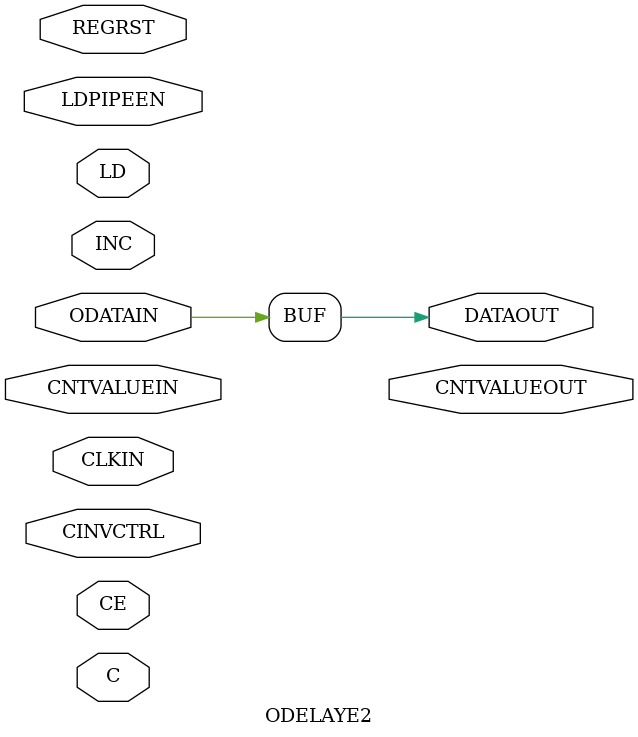
<source format=v>

/*############################################################################
 * PROGRAMMABLE DELAY ELEMENT
 *
 * NOTE: NOT AVAILABLE IN HR BANKS!
 * 
 *############################################################################
 */

module ODELAYE2 (/*AUTOARG*/
   // Outputs
   CNTVALUEOUT, DATAOUT,
   // Inputs
   C, CE, CINVCTRL, CLKIN, CNTVALUEIN, INC, LD, LDPIPEEN, ODATAIN,
   REGRST
   );

    parameter CINVCTRL_SEL              = "FALSE";
    parameter DELAY_SRC                 = "ODATAIN";
    parameter HIGH_PERFORMANCE_MODE     = "FALSE";
    parameter [0:0] IS_C_INVERTED       = 1'b0;
    parameter [0:0] IS_ODATAIN_INVERTED = 1'b0;
    parameter ODELAY_TYPE               = "FIXED";
    parameter integer ODELAY_VALUE      = 0;
    parameter PIPE_SEL                  = "FALSE";
    parameter real REFCLK_FREQUENCY     = 200.0;
    parameter SIGNAL_PATTERN            = "DATA";

   input 	 C;           //clock for VARIABLE, VAR_LOAD,VAR_LOAD_PIPE mode
   input 	 REGRST;      //reset pipeline reg to all zeroes
   input 	 LD;          //loads programmed values depending on "mode"     
   input 	 CE;          //enable encrement/decrement function
   input 	 INC;         //increment/decrement tap delays
   input 	 CINVCTRL;    //dynamically inverts clock polarity
   input [4:0] 	 CNTVALUEIN;  //input value from FPGA logic
   input 	 CLKIN;       //clk from I/O clock mux??
   input 	 ODATAIN;     //data from OSERDESE2 output
   output 	 DATAOUT;     //delayed data to pin
   input 	 LDPIPEEN;    //enables pipeline reg??
   output [4:0]  CNTVALUEOUT; //current value for FPGA logic

   
   assign DATAOUT=ODATAIN;
      
endmodule // ODELAYE2

</source>
